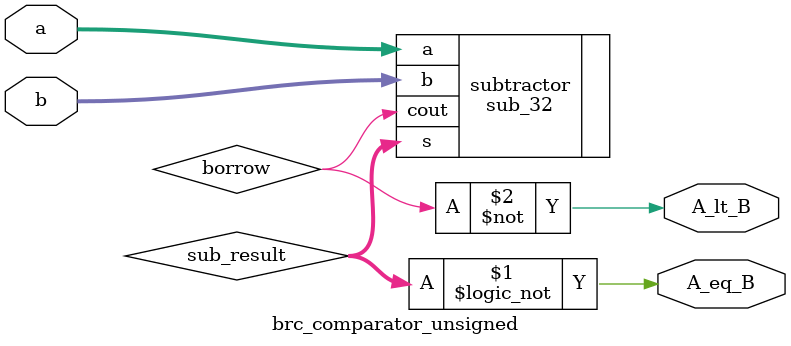
<source format=sv>
module brc_comparator_unsigned(
    input logic [31:0] a, b,    // Hai số cần so sánh
    output logic A_eq_B,        // A == B
    output logic A_lt_B       // A < B
);
    logic [31:0] sub_result;
    logic borrow;

    // Sử dụng bộ trừ 32-bit
    sub_32 subtractor (
        .a(a),
        .b(b),
        .s(sub_result),
        .cout(borrow) // borrow = 0 nếu A < B
    );

    // So sánh kết quả
    assign A_eq_B = (sub_result == 32'b0); // Nếu kết quả phép trừ là 0 thì A == B
    assign A_lt_B = ~borrow;               // Nếu có mượn (borrow = 0) thì A < B
	 
endmodule

</source>
